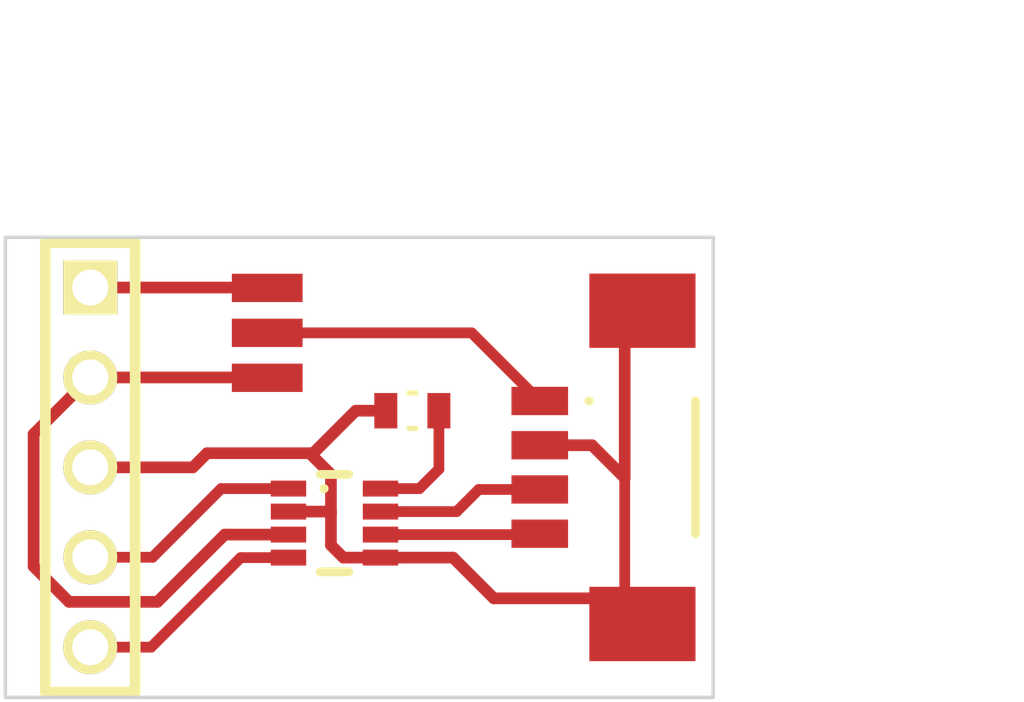
<source format=kicad_pcb>
(kicad_pcb (version 3) (host pcbnew "(2013-mar-13)-testing")

  (general
    (links 15)
    (no_connects 0)
    (area 18.9964 13.65 52.75 33.256401)
    (thickness 1.6)
    (drawings 6)
    (tracks 49)
    (zones 0)
    (modules 5)
    (nets 10)
  )

  (page A4)
  (layers
    (15 F.Cu signal)
    (0 B.Cu signal)
    (16 B.Adhes user)
    (17 F.Adhes user)
    (18 B.Paste user)
    (19 F.Paste user)
    (20 B.SilkS user)
    (21 F.SilkS user)
    (22 B.Mask user)
    (23 F.Mask user)
    (24 Dwgs.User user)
    (25 Cmts.User user)
    (26 Eco1.User user)
    (27 Eco2.User user)
    (28 Edge.Cuts user)
  )

  (setup
    (last_trace_width 0.3048)
    (trace_clearance 0.254)
    (zone_clearance 0.2032)
    (zone_45_only no)
    (trace_min 0.2032)
    (segment_width 0.2)
    (edge_width 0.1)
    (via_size 0.889)
    (via_drill 0.635)
    (via_min_size 0.635)
    (via_min_drill 0.381)
    (uvia_size 0.508)
    (uvia_drill 0.127)
    (uvias_allowed no)
    (uvia_min_size 0.508)
    (uvia_min_drill 0.127)
    (pcb_text_width 0.3)
    (pcb_text_size 1.5 1.5)
    (mod_edge_width 0.15)
    (mod_text_size 1 1)
    (mod_text_width 0.15)
    (pad_size 1.524 1.524)
    (pad_drill 0)
    (pad_to_mask_clearance 0)
    (aux_axis_origin 0 0)
    (visible_elements FFFFFF7F)
    (pcbplotparams
      (layerselection 3178497)
      (usegerberextensions true)
      (excludeedgelayer true)
      (linewidth 0.150000)
      (plotframeref false)
      (viasonmask false)
      (mode 1)
      (useauxorigin false)
      (hpglpennumber 1)
      (hpglpenspeed 20)
      (hpglpendiameter 15)
      (hpglpenoverlay 2)
      (psnegative false)
      (psa4output false)
      (plotreference true)
      (plotvalue true)
      (plotothertext true)
      (plotinvisibletext false)
      (padsonsilk false)
      (subtractmaskfromsilk false)
      (outputformat 1)
      (mirror false)
      (drillshape 1)
      (scaleselection 1)
      (outputdirectory ""))
  )

  (net 0 "")
  (net 1 /3V3)
  (net 2 /5V)
  (net 3 /RXD)
  (net 4 /TXD)
  (net 5 GND)
  (net 6 N-000005)
  (net 7 N-000006)
  (net 8 N-000007)
  (net 9 N-000008)

  (net_class Default "This is the default net class."
    (clearance 0.254)
    (trace_width 0.3048)
    (via_dia 0.889)
    (via_drill 0.635)
    (uvia_dia 0.508)
    (uvia_drill 0.127)
    (add_net "")
    (add_net /RXD)
    (add_net /TXD)
    (add_net N-000005)
    (add_net N-000006)
    (add_net N-000007)
    (add_net N-000008)
  )

  (net_class fat ""
    (clearance 0.254)
    (trace_width 0.3302)
    (via_dia 0.889)
    (via_drill 0.635)
    (uvia_dia 0.508)
    (uvia_drill 0.127)
    (add_net /3V3)
    (add_net /5V)
    (add_net GND)
  )

  (module _Molex-PicoBlade-SMD-4 (layer F.Cu) (tedit 54468DE6) (tstamp 54460DBF)
    (at 38 26.5 90)
    (path /5440302D)
    (fp_text reference CONN1 (at 0 -0.8 90) (layer F.SilkS) hide
      (effects (font (size 0.5 0.5) (thickness 0.125)))
    )
    (fp_text value CAN (at 0 0.7 90) (layer F.SilkS) hide
      (effects (font (size 0.5 0.5) (thickness 0.125)))
    )
    (fp_line (start 1.875 -1.5) (end 1.875 -1.51) (layer F.SilkS) (width 0.25))
    (fp_line (start -1.875 1.5) (end 1.875 1.5) (layer F.SilkS) (width 0.25))
    (pad 1 smd rect (at 1.875 -2.9 90) (size 0.8 1.6)
      (layers F.Cu F.Paste F.Mask)
      (net 6 N-000005)
    )
    (pad 2 smd rect (at 0.625 -2.9 90) (size 0.8 1.6)
      (layers F.Cu F.Paste F.Mask)
      (net 5 GND)
    )
    (pad 3 smd rect (at -0.625 -2.9 90) (size 0.8 1.6)
      (layers F.Cu F.Paste F.Mask)
      (net 8 N-000007)
    )
    (pad 4 smd rect (at -1.875 -2.9 90) (size 0.8 1.6)
      (layers F.Cu F.Paste F.Mask)
      (net 9 N-000008)
    )
    (pad MECH smd rect (at -4.425 0 90) (size 2.1 3)
      (layers F.Cu F.Paste F.Mask)
      (net 5 GND)
    )
    (pad MECH smd rect (at 4.425 0 90) (size 2.1 3)
      (layers F.Cu F.Paste F.Mask)
      (net 5 GND)
    )
  )

  (module _0603-W (layer F.Cu) (tedit 544024B0) (tstamp 54401CFD)
    (at 31.5 24.9 180)
    (path /543EDD93)
    (fp_text reference R1 (at 0.2 1.2 180) (layer F.SilkS) hide
      (effects (font (size 0.5 0.5) (thickness 0.125)))
    )
    (fp_text value 0 (at 0.2 1.7 180) (layer F.SilkS) hide
      (effects (font (size 0.5 0.5) (thickness 0.125)))
    )
    (fp_line (start 0.1 0.5) (end -0.1 0.5) (layer F.SilkS) (width 0.15))
    (fp_line (start 0.1 -0.5) (end -0.1 -0.5) (layer F.SilkS) (width 0.15))
    (pad 2 smd rect (at 0.75 0 180) (size 0.65 1)
      (layers F.Cu F.Paste F.Mask)
      (net 5 GND)
    )
    (pad 1 smd rect (at -0.75 0 180) (size 0.65 1)
      (layers F.Cu F.Paste F.Mask)
      (net 7 N-000006)
    )
  )

  (module _SOT23-8 (layer F.Cu) (tedit 544024B3) (tstamp 54401D12)
    (at 28 27.1 270)
    (path /543ED580)
    (fp_text reference U1 (at 0.9 -1.5 270) (layer F.SilkS) hide
      (effects (font (size 0.5 0.5) (thickness 0.125)))
    )
    (fp_text value MAX3051 (at 1.1 -1 270) (layer F.SilkS) hide
      (effects (font (size 0.5 0.5) (thickness 0.125)))
    )
    (fp_line (start -0.4 -1.7) (end -0.4 -0.9) (layer F.SilkS) (width 0.25))
    (fp_line (start 2.35 -1.7) (end 2.35 -0.9) (layer F.SilkS) (width 0.25))
    (fp_line (start 0 -1) (end 0 -1.01) (layer F.SilkS) (width 0.25))
    (pad 8 smd rect (at 0 -2.6 270) (size 0.45 1)
      (layers F.Cu F.Paste F.Mask)
      (net 7 N-000006)
    )
    (pad 7 smd rect (at 0.65 -2.6 270) (size 0.45 1)
      (layers F.Cu F.Paste F.Mask)
      (net 8 N-000007)
    )
    (pad 6 smd rect (at 1.3 -2.6 270) (size 0.45 1)
      (layers F.Cu F.Paste F.Mask)
      (net 9 N-000008)
    )
    (pad 5 smd rect (at 1.95 -2.6 270) (size 0.45 1)
      (layers F.Cu F.Paste F.Mask)
      (net 5 GND)
    )
    (pad 4 smd rect (at 1.95 0 270) (size 0.45 1)
      (layers F.Cu F.Paste F.Mask)
      (net 3 /RXD)
    )
    (pad 3 smd rect (at 1.3 0 270) (size 0.45 1)
      (layers F.Cu F.Paste F.Mask)
      (net 1 /3V3)
    )
    (pad 2 smd rect (at 0.65 0 270) (size 0.45 1)
      (layers F.Cu F.Paste F.Mask)
      (net 5 GND)
    )
    (pad 1 smd rect (at 0 0 270) (size 0.45 1)
      (layers F.Cu F.Paste F.Mask)
      (net 4 /TXD)
    )
  )

  (module _Solder_Pad1.27_3 (layer F.Cu) (tedit 54468DDD) (tstamp 54460DC6)
    (at 27.4 22.7 270)
    (path /54460970)
    (fp_text reference K1 (at -0.127 -1.651 270) (layer F.SilkS) hide
      (effects (font (size 0.2 0.2) (thickness 0.05)))
    )
    (fp_text value JMP (at 0 -1.016 270) (layer F.SilkS) hide
      (effects (font (size 0.3 0.3) (thickness 0.075)))
    )
    (pad 2 smd rect (at 0 0 270) (size 0.8 2)
      (layers F.Cu F.Paste F.Mask)
      (net 6 N-000005)
    )
    (pad 1 smd rect (at -1.27 0 270) (size 0.8 2)
      (layers F.Cu F.Paste F.Mask)
      (net 2 /5V)
    )
    (pad 3 smd rect (at 1.27 0 270) (size 0.8 2)
      (layers F.Cu F.Paste F.Mask)
      (net 1 /3V3)
    )
  )

  (module PIN_ARRAY_5x1 (layer F.Cu) (tedit 54468C18) (tstamp 54468FA0)
    (at 22.4 26.5 270)
    (descr "Double rangee de contacts 2 x 5 pins")
    (tags CONN)
    (path /5440418E)
    (fp_text reference P1 (at 0 -2.54 270) (layer F.SilkS) hide
      (effects (font (size 1.016 1.016) (thickness 0.2032)))
    )
    (fp_text value CONN_5 (at 0 2.54 270) (layer F.SilkS) hide
      (effects (font (size 1.016 1.016) (thickness 0.2032)))
    )
    (fp_line (start -6.35 -1.27) (end -6.35 1.27) (layer F.SilkS) (width 0.3048))
    (fp_line (start 6.35 1.27) (end 6.35 -1.27) (layer F.SilkS) (width 0.3048))
    (fp_line (start -6.35 -1.27) (end 6.35 -1.27) (layer F.SilkS) (width 0.3048))
    (fp_line (start 6.35 1.27) (end -6.35 1.27) (layer F.SilkS) (width 0.3048))
    (pad 1 thru_hole rect (at -5.08 0 270) (size 1.524 1.524) (drill 1.016)
      (layers *.Cu *.Mask F.SilkS)
      (net 2 /5V)
    )
    (pad 2 thru_hole circle (at -2.54 0 270) (size 1.524 1.524) (drill 1.016)
      (layers *.Cu *.Mask F.SilkS)
      (net 1 /3V3)
    )
    (pad 3 thru_hole circle (at 0 0 270) (size 1.524 1.524) (drill 1.016)
      (layers *.Cu *.Mask F.SilkS)
      (net 5 GND)
    )
    (pad 4 thru_hole circle (at 2.54 0 270) (size 1.524 1.524) (drill 1.016)
      (layers *.Cu *.Mask F.SilkS)
      (net 4 /TXD)
    )
    (pad 5 thru_hole circle (at 5.08 0 270) (size 1.524 1.524) (drill 1.016)
      (layers *.Cu *.Mask F.SilkS)
      (net 3 /RXD)
    )
    (model pin_array/pins_array_5x1.wrl
      (at (xyz 0 0 0))
      (scale (xyz 1 1 1))
      (rotate (xyz 0 0 0))
    )
  )

  (gr_line (start 40 33) (end 40 20) (angle 90) (layer Edge.Cuts) (width 0.1))
  (gr_line (start 20 33) (end 40 33) (angle 90) (layer Edge.Cuts) (width 0.1))
  (gr_line (start 20 20) (end 20 33) (angle 90) (layer Edge.Cuts) (width 0.1))
  (gr_line (start 40 20) (end 20 20) (angle 90) (layer Edge.Cuts) (width 0.1))
  (dimension 13 (width 0.3) (layer Cmts.User)
    (gr_text "13.000 mm" (at 46.1 26.5 270) (layer Cmts.User)
      (effects (font (size 1.5 1.5) (thickness 0.3)))
    )
    (feature1 (pts (xy 40 33) (xy 47.45 33)))
    (feature2 (pts (xy 40 20) (xy 47.45 20)))
    (crossbar (pts (xy 44.75 20) (xy 44.75 33)))
    (arrow1a (pts (xy 44.75 33) (xy 44.163579 31.873496)))
    (arrow1b (pts (xy 44.75 33) (xy 45.336421 31.873496)))
    (arrow2a (pts (xy 44.75 20) (xy 44.163579 21.126504)))
    (arrow2b (pts (xy 44.75 20) (xy 45.336421 21.126504)))
  )
  (dimension 20 (width 0.3) (layer Cmts.User)
    (gr_text "20.000 mm" (at 30 15.15) (layer Cmts.User)
      (effects (font (size 1.5 1.5) (thickness 0.3)))
    )
    (feature1 (pts (xy 20 20) (xy 20 13.8)))
    (feature2 (pts (xy 40 20) (xy 40 13.8)))
    (crossbar (pts (xy 40 16.5) (xy 20 16.5)))
    (arrow1a (pts (xy 20 16.5) (xy 21.126504 15.913579)))
    (arrow1b (pts (xy 20 16.5) (xy 21.126504 17.086421)))
    (arrow2a (pts (xy 40 16.5) (xy 38.873496 15.913579)))
    (arrow2b (pts (xy 40 16.5) (xy 38.873496 17.086421)))
  )

  (segment (start 22.4 23.96) (end 27.39 23.96) (width 0.3302) (layer F.Cu) (net 1))
  (segment (start 27.39 23.96) (end 27.4 23.97) (width 0.3302) (layer F.Cu) (net 1) (tstamp 54469C8C))
  (segment (start 28 28.4) (end 26.2 28.4) (width 0.3302) (layer F.Cu) (net 1))
  (segment (start 20.8 25.56) (end 22.4 23.96) (width 0.3302) (layer F.Cu) (net 1) (tstamp 54469BE4))
  (segment (start 20.8 29.3) (end 20.8 25.56) (width 0.3302) (layer F.Cu) (net 1) (tstamp 54469BCF))
  (segment (start 26.2 28.4) (end 24.3 30.3) (width 0.3302) (layer F.Cu) (net 1) (tstamp 54469BC9))
  (segment (start 21.8 30.3) (end 20.8 29.3) (width 0.3302) (layer F.Cu) (net 1) (tstamp 54469BCE))
  (segment (start 24.3 30.3) (end 21.8 30.3) (width 0.3302) (layer F.Cu) (net 1) (tstamp 54469BCB))
  (segment (start 22.4 21.42) (end 27.39 21.42) (width 0.3302) (layer F.Cu) (net 2))
  (segment (start 27.39 21.42) (end 27.4 21.43) (width 0.3302) (layer F.Cu) (net 2) (tstamp 54469C89))
  (segment (start 22.4 31.58) (end 24.12 31.58) (width 0.3048) (layer F.Cu) (net 3))
  (segment (start 26.65 29.05) (end 28 29.05) (width 0.3048) (layer F.Cu) (net 3) (tstamp 54469BC5))
  (segment (start 24.12 31.58) (end 26.65 29.05) (width 0.3048) (layer F.Cu) (net 3) (tstamp 54469BBD))
  (segment (start 22.4 29.04) (end 24.16 29.04) (width 0.3048) (layer F.Cu) (net 4))
  (segment (start 26.1 27.1) (end 28 27.1) (width 0.3048) (layer F.Cu) (net 4) (tstamp 54469BEC))
  (segment (start 24.16 29.04) (end 26.1 27.1) (width 0.3048) (layer F.Cu) (net 4) (tstamp 54469BE9))
  (segment (start 30.75 24.9) (end 29.9 24.9) (width 0.3302) (layer F.Cu) (net 5))
  (segment (start 29.9 24.9) (end 28.65 26.15) (width 0.3302) (layer F.Cu) (net 5) (tstamp 54469C6E))
  (segment (start 30.6 29.05) (end 32.65 29.05) (width 0.3302) (layer F.Cu) (net 5))
  (segment (start 37.275 30.2) (end 38 30.925) (width 0.3302) (layer F.Cu) (net 5) (tstamp 54469C25))
  (segment (start 33.8 30.2) (end 37.275 30.2) (width 0.3302) (layer F.Cu) (net 5) (tstamp 54469C22))
  (segment (start 32.65 29.05) (end 33.8 30.2) (width 0.3302) (layer F.Cu) (net 5) (tstamp 54469C1B))
  (segment (start 28 27.75) (end 29.2 27.75) (width 0.3302) (layer F.Cu) (net 5))
  (segment (start 29.2 27.75) (end 29.2 27.8) (width 0.3302) (layer F.Cu) (net 5) (tstamp 54469C0E))
  (segment (start 22.4 26.5) (end 25.3 26.5) (width 0.3302) (layer F.Cu) (net 5))
  (segment (start 29.55 29.05) (end 30.6 29.05) (width 0.3302) (layer F.Cu) (net 5) (tstamp 54469C0A))
  (segment (start 29.2 28.7) (end 29.55 29.05) (width 0.3302) (layer F.Cu) (net 5) (tstamp 54469C02))
  (segment (start 29.2 26.7) (end 29.2 27.8) (width 0.3302) (layer F.Cu) (net 5) (tstamp 54469C00))
  (segment (start 29.2 27.8) (end 29.2 28.7) (width 0.3302) (layer F.Cu) (net 5) (tstamp 54469C11))
  (segment (start 28.6 26.1) (end 28.65 26.15) (width 0.3302) (layer F.Cu) (net 5) (tstamp 54469BFC))
  (segment (start 28.65 26.15) (end 29.2 26.7) (width 0.3302) (layer F.Cu) (net 5) (tstamp 54469C72))
  (segment (start 25.7 26.1) (end 28.6 26.1) (width 0.3302) (layer F.Cu) (net 5) (tstamp 54469BF7))
  (segment (start 25.3 26.5) (end 25.7 26.1) (width 0.3302) (layer F.Cu) (net 5) (tstamp 54469BF5))
  (segment (start 37.5 26.8) (end 37.5 22.575) (width 0.3302) (layer F.Cu) (net 5))
  (segment (start 37.5 22.575) (end 38 22.075) (width 0.3302) (layer F.Cu) (net 5) (tstamp 544693C2))
  (segment (start 37.5 30.425) (end 38 30.925) (width 0.3302) (layer F.Cu) (net 5) (tstamp 544693BC))
  (segment (start 37.5 26.8) (end 37.5 30.425) (width 0.3048) (layer F.Cu) (net 5) (tstamp 544693B9))
  (segment (start 36.575 25.875) (end 37.5 26.8) (width 0.3302) (layer F.Cu) (net 5) (tstamp 544693B3))
  (segment (start 35.1 25.875) (end 36.575 25.875) (width 0.3302) (layer F.Cu) (net 5))
  (segment (start 27.4 22.7) (end 33.175 22.7) (width 0.3048) (layer F.Cu) (net 6))
  (segment (start 33.175 22.7) (end 35.1 24.625) (width 0.3048) (layer F.Cu) (net 6) (tstamp 54469C8F))
  (segment (start 32.25 24.9) (end 32.25 26.55) (width 0.3048) (layer F.Cu) (net 7))
  (segment (start 31.7 27.1) (end 30.6 27.1) (width 0.3048) (layer F.Cu) (net 7) (tstamp 54469C52))
  (segment (start 32.25 26.55) (end 31.7 27.1) (width 0.3048) (layer F.Cu) (net 7) (tstamp 54469C4F))
  (segment (start 35.1 27.125) (end 33.375 27.125) (width 0.3048) (layer F.Cu) (net 8))
  (segment (start 33.375 27.125) (end 32.75 27.75) (width 0.3048) (layer F.Cu) (net 8) (tstamp 54469B89))
  (segment (start 32.75 27.75) (end 30.6 27.75) (width 0.3048) (layer F.Cu) (net 8) (tstamp 54469B8A))
  (segment (start 35.075 28.4) (end 35.1 28.375) (width 0.3048) (layer F.Cu) (net 9) (tstamp 54469B86))
  (segment (start 30.6 28.4) (end 35.075 28.4) (width 0.3048) (layer F.Cu) (net 9))

)

</source>
